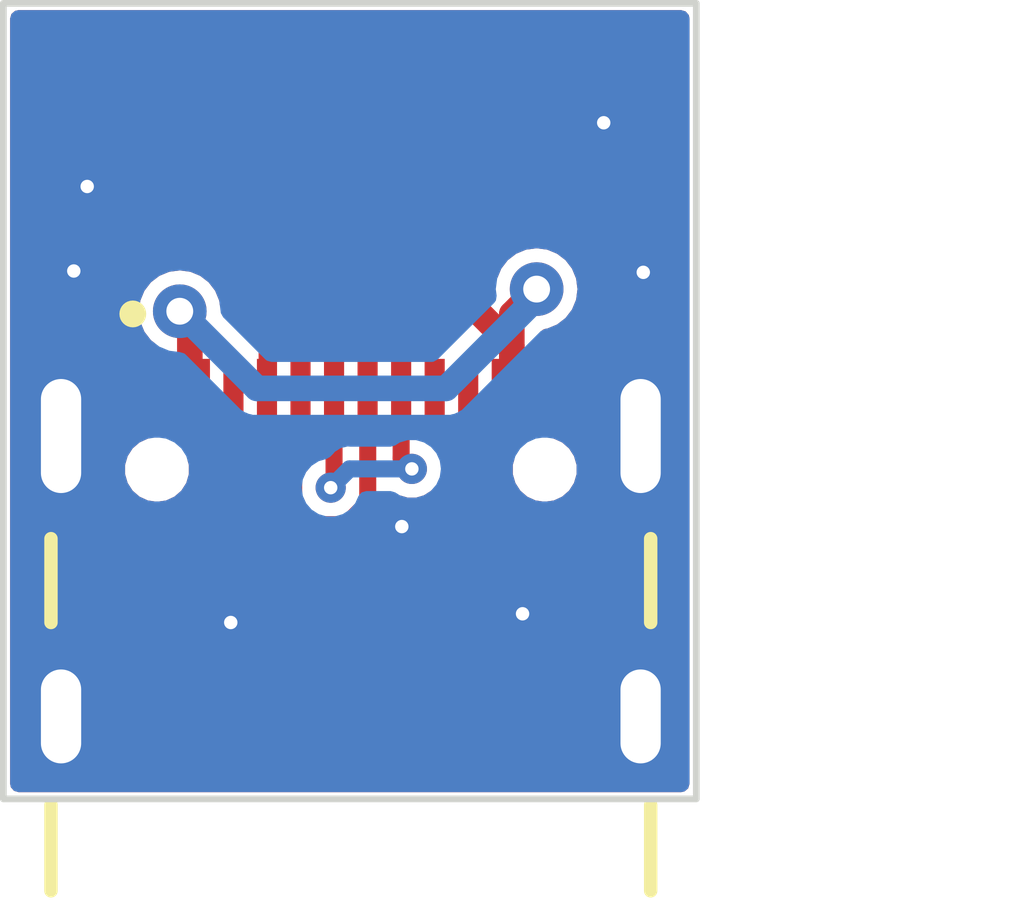
<source format=kicad_pcb>
(kicad_pcb (version 20221018) (generator pcbnew)
  (layers (0 "F.Cu" signal) (31 "B.Cu" signal) (34 "B.Paste" user) (35 "F.Paste" user) (36 "B.SilkS" user "B.Silkscreen") (37 "F.SilkS" user "F.Silkscreen") (38 "B.Mask" user) (39 "F.Mask" user) (44 "Edge.Cuts" user))
  (net 0 "")
  (net 1 "/VBAT")
  (net 2 "/CANL")
  (net 3 "/CANH")
  (net 4 "GND")
  (net 5 "Net-(J2-CC1)")
  (footprint "can-b2b-interconnect:DF52-4S-0.8H(21)" (layer "F.Cu") (at 103.09 66.05 180)
    (fp_text reference "U1" hide)
    (fp_text value "DF52-4S-0.8H(21)" hide)
    (pad "1" smd roundrect (at -1.2 0) (size 0.5 1) (layers "F.Cu" "F.Paste" "F.Mask") (net 1 "/VBAT"))
    (pad "2" smd roundrect (at -0.4 0) (size 0.5 1) (layers "F.Cu" "F.Paste" "F.Mask") (net 2 "/CANL"))
    (pad "3" smd roundrect (at 0.4 0) (size 0.5 1) (layers "F.Cu" "F.Paste" "F.Mask") (net 3 "/CANH"))
    (pad "4" smd roundrect (at 1.2 0) (size 0.5 1) (layers "F.Cu" "F.Paste" "F.Mask") (net 4 "GND"))
    (pad "5" smd roundrect (at 2.45 1.92 180) (size 0.9 1.6) (layers "F.Cu" "F.Paste" "F.Mask") (net 4 "GND"))
    (pad "6" smd roundrect (at -2.45 1.92 180) (size 0.9 1.6) (layers "F.Cu" "F.Paste" "F.Mask") (net 4 "GND"))
  )
  (footprint "can-b2b-interconnect:R_0402_1005Metric" (layer "F.Cu") (at 101.83 67.49 -90)
    (fp_text reference "R3" hide)
    (fp_text value "5.1k" hide)
    (pad "1" smd roundrect (at -0.375 0 270) (size 0.45 0.5) (layers "F.Cu" "F.Paste" "F.Mask") (net 4 "GND"))
    (pad "2" smd roundrect (at 0.375 0 270) (size 0.45 0.5) (layers "F.Cu" "F.Paste" "F.Mask") (net 5 "Net-(J2-CC1)"))
  )
  (footprint "can-b2b-interconnect:R_0402_1005Metric" (layer "F.Cu") (at 103.11 67.19 180)
    (fp_text reference "R1" hide)
    (fp_text value "120 0402" hide)
    (pad "1" smd roundrect (at -0.375 0 180) (size 0.45 0.5) (layers "F.Cu" "F.Paste" "F.Mask") (net 2 "/CANL"))
    (pad "2" smd roundrect (at 0.375 0 180) (size 0.45 0.5) (layers "F.Cu" "F.Paste" "F.Mask") (net 3 "/CANH"))
  )
  (footprint "can-b2b-interconnect:GCT_USB4105-GF-A" (layer "F.Cu") (at 103.1 73.77)
    (fp_text reference "J2" hide)
    (fp_text value "USB4110GFA")
    (fp_line (start -4.47 -2.65) (end -4.47 -1.4) (stroke (width 0.2)) (layer "F.SilkS"))
    (fp_line (start -4.47 1.32) (end -4.47 2.6) (stroke (width 0.2)) (layer "F.SilkS"))
    (fp_line (start 4.47 -2.65) (end 4.47 -1.4) (stroke (width 0.2)) (layer "F.SilkS"))
    (fp_line (start 4.47 2.6) (end 4.47 1.32) (stroke (width 0.2)) (layer "F.SilkS"))
    (fp_circle (center -3.25 -6) (end -3.15 -6) (stroke (width 0.2)) (fill none) (layer "F.SilkS"))
    (pad "" np_thru_hole circle (at -2.89 -3.68) (size 0.65 0.65) (drill 0.65) (layers "*.Cu" "*.Mask"))
    (pad "" np_thru_hole circle (at 2.89 -3.68) (size 0.65 0.65) (drill 0.65) (layers "*.Cu" "*.Mask"))
    (pad "A1/B12" smd rect (at -3.2 -4.755) (size 0.6 1.15) (layers "F.Cu" "F.Paste" "F.Mask") (net 4 "GND"))
    (pad "A4/B9" smd rect (at -2.4 -4.755) (size 0.6 1.15) (layers "F.Cu" "F.Paste" "F.Mask") (net 1 "/VBAT"))
    (pad "A5" smd rect (at -1.25 -4.755) (size 0.3 1.15) (layers "F.Cu" "F.Paste" "F.Mask") (net 5 "Net-(J2-CC1)"))
    (pad "A6" smd rect (at -0.25 -4.755) (size 0.3 1.15) (layers "F.Cu" "F.Paste" "F.Mask") (net 3 "/CANH"))
    (pad "A7" smd rect (at 0.25 -4.755) (size 0.3 1.15) (layers "F.Cu" "F.Paste" "F.Mask") (net 2 "/CANL"))
    (pad "A8" smd rect (at 1.25 -4.755) (size 0.3 1.15) (layers "F.Cu" "F.Paste" "F.Mask"))
    (pad "B1/A12" smd rect (at 3.2 -4.755) (size 0.6 1.15) (layers "F.Cu" "F.Paste" "F.Mask") (net 4 "GND"))
    (pad "B4/A9" smd rect (at 2.4 -4.755) (size 0.6 1.15) (layers "F.Cu" "F.Paste" "F.Mask") (net 1 "/VBAT"))
    (pad "B5" smd rect (at 1.75 -4.755) (size 0.3 1.15) (layers "F.Cu" "F.Paste" "F.Mask") (net 5 "Net-(J2-CC1)"))
    (pad "B6" smd rect (at 0.75 -4.755) (size 0.3 1.15) (layers "F.Cu" "F.Paste" "F.Mask") (net 3 "/CANH"))
    (pad "B7" smd rect (at -0.75 -4.755) (size 0.3 1.15) (layers "F.Cu" "F.Paste" "F.Mask") (net 2 "/CANL"))
    (pad "B8" smd rect (at -1.75 -4.755) (size 0.3 1.15) (layers "F.Cu" "F.Paste" "F.Mask"))
    (pad "S1" thru_hole oval (at -4.32 -4.18) (size 1 2.1) (drill oval 0.6 1.7) (layers "*.Cu" "*.Mask") (net 4 "GND"))
    (pad "S2" thru_hole oval (at 4.32 -4.18) (size 1 2.1) (drill oval 0.6 1.7) (layers "*.Cu" "*.Mask") (net 4 "GND"))
    (pad "S3" thru_hole roundrect (at -4.32 0) (size 1 1.8) (drill oval 0.6 1.4) (layers "*.Cu" "*.Mask") (net 4 "GND"))
    (pad "S4" thru_hole roundrect (at 4.32 0) (size 1 1.8) (drill oval 0.6 1.4) (layers "*.Cu" "*.Mask") (net 4 "GND"))
  )
  (gr_rect (start 97.92 63.14) (end 108.25 75) (stroke (width 0.1)) (fill none) (layer "Edge.Cuts"))
  (segment (start 100.7 67.88) (end 100.55 67.73) (width 0.381) (layer "F.Cu") (net 1))
  (segment (start 104.29 66.05) (end 104.29 67.03) (width 0.381) (layer "F.Cu") (net 1))
  (segment (start 100.7 69.015) (end 100.7 67.88) (width 0.381) (layer "F.Cu") (net 1))
  (segment (start 105.5 68.24) (end 105.5 69.015) (width 0.381) (layer "F.Cu") (net 1))
  (segment (start 104.29 67.03) (end 105.5 68.24) (width 0.381) (layer "F.Cu") (net 1))
  (segment (start 105.5 67.77) (end 105.5 69.015) (width 0.381) (layer "F.Cu") (net 1))
  (segment (start 105.87 67.4) (end 105.5 67.77) (width 0.381) (layer "F.Cu") (net 1))
  (via (at 105.87 67.4) (size 0.8) (drill 0.4) (layers "F.Cu" "B.Cu") (net 1))
  (via (at 100.55 67.73) (size 0.8) (drill 0.4) (layers "F.Cu" "B.Cu") (net 1))
  (segment (start 101.7 68.88) (end 100.55 67.73) (width 0.381) (layer "B.Cu") (net 1))
  (segment (start 105.87 67.4) (end 105.87 67.53) (width 0.381) (layer "B.Cu") (net 1))
  (segment (start 104.52 68.88) (end 101.7 68.88) (width 0.381) (layer "B.Cu") (net 1))
  (segment (start 105.87 67.53) (end 104.52 68.88) (width 0.381) (layer "B.Cu") (net 1))
  (segment (start 103.028646 70.912) (end 102.522 70.912) (width 0.254) (layer "F.Cu") (net 2))
  (segment (start 103.352 70.588646) (end 103.028646 70.912) (width 0.254) (layer "F.Cu") (net 2))
  (segment (start 102.522 70.912) (end 102.248 70.638) (width 0.254) (layer "F.Cu") (net 2))
  (segment (start 103.35 67.325) (end 103.485 67.19) (width 0.254) (layer "F.Cu") (net 2))
  (segment (start 103.35 69.015) (end 103.352 69.017) (width 0.254) (layer "F.Cu") (net 2))
  (segment (start 103.485 66.055) (end 103.49 66.05) (width 0.254) (layer "F.Cu") (net 2))
  (segment (start 102.35 70.029354) (end 102.35 69.015) (width 0.254) (layer "F.Cu") (net 2))
  (segment (start 103.35 69.015) (end 103.35 67.325) (width 0.254) (layer "F.Cu") (net 2))
  (segment (start 102.248 70.638) (end 102.248 70.131354) (width 0.254) (layer "F.Cu") (net 2))
  (segment (start 102.248 70.131354) (end 102.35 70.029354) (width 0.254) (layer "F.Cu") (net 2))
  (segment (start 103.352 69.017) (end 103.352 70.588646) (width 0.254) (layer "F.Cu") (net 2))
  (segment (start 103.485 67.19) (end 103.485 66.055) (width 0.254) (layer "F.Cu") (net 2))
  (segment (start 102.735 67.19) (end 102.735 66.095) (width 0.254) (layer "F.Cu") (net 3))
  (segment (start 102.85 69.015) (end 102.85 67.305) (width 0.254) (layer "F.Cu") (net 3))
  (segment (start 102.8 70.36) (end 102.85 70.31) (width 0.254) (layer "F.Cu") (net 3))
  (segment (start 103.85 69.92) (end 103.85 69.015) (width 0.254) (layer "F.Cu") (net 3))
  (segment (start 102.735 66.095) (end 102.69 66.05) (width 0.254) (layer "F.Cu") (net 3))
  (segment (start 102.85 67.305) (end 102.735 67.19) (width 0.254) (layer "F.Cu") (net 3))
  (segment (start 104.01 70.08) (end 103.85 69.92) (width 0.254) (layer "F.Cu") (net 3))
  (segment (start 102.85 70.31) (end 102.85 69.015) (width 0.254) (layer "F.Cu") (net 3))
  (via (at 104.01 70.08) (size 0.45) (drill 0.2) (layers "F.Cu" "B.Cu") (net 3))
  (via (at 102.8 70.36) (size 0.45) (drill 0.2) (layers "F.Cu" "B.Cu") (net 3))
  (segment (start 103.08 70.08) (end 104.01 70.08) (width 0.254) (layer "B.Cu") (net 3))
  (segment (start 102.8 70.36) (end 103.08 70.08) (width 0.254) (layer "B.Cu") (net 3))
  (via (at 105.66 72.24) (size 0.45) (drill 0.2) (layers "F.Cu" "B.Cu") (net 4))
  (via (at 101.31 72.37) (size 0.45) (drill 0.2) (layers "F.Cu" "B.Cu") (net 4))
  (via (at 98.97 67.13) (size 0.45) (drill 0.2) (layers "F.Cu" "B.Cu") (net 4))
  (via (at 107.46 67.15) (size 0.45) (drill 0.2) (layers "F.Cu" "B.Cu") (net 4))
  (via (at 103.86 70.94) (size 0.45) (drill 0.2) (layers "F.Cu" "B.Cu") (net 4))
  (via (at 99.17 65.87) (size 0.45) (drill 0.2) (layers "F.Cu" "B.Cu") (net 4))
  (via (at 106.87 64.92) (size 0.45) (drill 0.2) (layers "F.Cu" "B.Cu") (net 4))
  (segment (start 103.9 71.7) (end 104.85 70.75) (width 0.25) (layer "F.Cu") (net 5))
  (segment (start 104.85 70.75) (end 104.85 69.015) (width 0.25) (layer "F.Cu") (net 5))
  (segment (start 101.85 67.885) (end 101.83 67.865) (width 0.25) (layer "F.Cu") (net 5))
  (segment (start 102.52 71.7) (end 103.9 71.7) (width 0.25) (layer "F.Cu") (net 5))
  (segment (start 101.63 69.96) (end 101.63 70.81) (width 0.25) (layer "F.Cu") (net 5))
  (segment (start 101.85 69.015) (end 101.85 69.74) (width 0.25) (layer "F.Cu") (net 5))
  (segment (start 101.85 69.74) (end 101.63 69.96) (width 0.25) (layer "F.Cu") (net 5))
  (segment (start 101.85 69.015) (end 101.85 67.885) (width 0.25) (layer "F.Cu") (net 5))
  (segment (start 101.63 70.81) (end 102.52 71.7) (width 0.25) (layer "F.Cu") (net 5))
  (zone (net 4) (net_name "GND") (layers "F&B.Cu") (priority 1) (connect_pads yes (clearance 0.2032)) (min_thickness 0.254) (fill yes (thermal_gap 0.2032) (thermal_bridge_width 0.381))
    (polygon (pts (xy 108.24 63.15) (xy 97.93 63.14) (xy 97.94 74.99) (xy 108.23 74.98)))
  )
)
</source>
